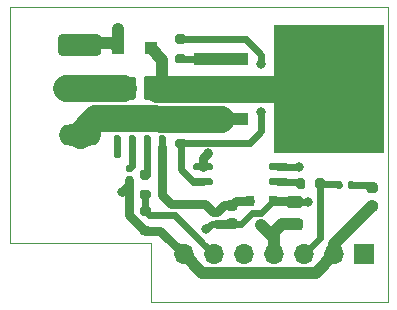
<source format=gbr>
%TF.GenerationSoftware,KiCad,Pcbnew,(5.1.8-0-10_14)*%
%TF.CreationDate,2020-11-27T12:30:10+01:00*%
%TF.ProjectId,FET_Driver,4645545f-4472-4697-9665-722e6b696361,rev?*%
%TF.SameCoordinates,Original*%
%TF.FileFunction,Copper,L1,Top*%
%TF.FilePolarity,Positive*%
%FSLAX46Y46*%
G04 Gerber Fmt 4.6, Leading zero omitted, Abs format (unit mm)*
G04 Created by KiCad (PCBNEW (5.1.8-0-10_14)) date 2020-11-27 12:30:10*
%MOMM*%
%LPD*%
G01*
G04 APERTURE LIST*
%TA.AperFunction,Profile*%
%ADD10C,0.050000*%
%TD*%
%TA.AperFunction,ComponentPad*%
%ADD11O,1.700000X1.700000*%
%TD*%
%TA.AperFunction,ComponentPad*%
%ADD12R,1.700000X1.700000*%
%TD*%
%TA.AperFunction,ComponentPad*%
%ADD13O,3.600000X1.800000*%
%TD*%
%TA.AperFunction,SMDPad,CuDef*%
%ADD14R,0.800000X0.900000*%
%TD*%
%TA.AperFunction,SMDPad,CuDef*%
%ADD15R,9.400000X10.800000*%
%TD*%
%TA.AperFunction,SMDPad,CuDef*%
%ADD16R,4.600000X1.100000*%
%TD*%
%TA.AperFunction,SMDPad,CuDef*%
%ADD17R,1.100000X1.100000*%
%TD*%
%TA.AperFunction,ViaPad*%
%ADD18C,0.800000*%
%TD*%
%TA.AperFunction,Conductor*%
%ADD19C,0.800000*%
%TD*%
%TA.AperFunction,Conductor*%
%ADD20C,0.600000*%
%TD*%
%TA.AperFunction,Conductor*%
%ADD21C,1.000000*%
%TD*%
%TA.AperFunction,Conductor*%
%ADD22C,2.300000*%
%TD*%
%TA.AperFunction,Conductor*%
%ADD23C,0.400000*%
%TD*%
%TA.AperFunction,Conductor*%
%ADD24C,0.254000*%
%TD*%
%TA.AperFunction,Conductor*%
%ADD25C,0.100000*%
%TD*%
G04 APERTURE END LIST*
D10*
X140000000Y-68000000D02*
X140000000Y-73000000D01*
X108000000Y-68000000D02*
X140000000Y-68000000D01*
X108000000Y-73000000D02*
X108000000Y-68000000D01*
X120000000Y-88000000D02*
X108000000Y-88000000D01*
X120000000Y-93000000D02*
X120000000Y-88000000D01*
X108000000Y-73000000D02*
X108000000Y-88000000D01*
X140000000Y-93000000D02*
X140000000Y-73000000D01*
X120000000Y-93000000D02*
X140000000Y-93000000D01*
%TO.P,R105,2*%
%TO.N,Net-(D102-Pad2)*%
%TA.AperFunction,SMDPad,CuDef*%
G36*
G01*
X136630000Y-83265000D02*
X136630000Y-82895000D01*
G75*
G02*
X136765000Y-82760000I135000J0D01*
G01*
X137035000Y-82760000D01*
G75*
G02*
X137170000Y-82895000I0J-135000D01*
G01*
X137170000Y-83265000D01*
G75*
G02*
X137035000Y-83400000I-135000J0D01*
G01*
X136765000Y-83400000D01*
G75*
G02*
X136630000Y-83265000I0J135000D01*
G01*
G37*
%TD.AperFunction*%
%TO.P,R105,1*%
%TO.N,/GPIO*%
%TA.AperFunction,SMDPad,CuDef*%
G36*
G01*
X135610000Y-83265000D02*
X135610000Y-82895000D01*
G75*
G02*
X135745000Y-82760000I135000J0D01*
G01*
X136015000Y-82760000D01*
G75*
G02*
X136150000Y-82895000I0J-135000D01*
G01*
X136150000Y-83265000D01*
G75*
G02*
X136015000Y-83400000I-135000J0D01*
G01*
X135745000Y-83400000D01*
G75*
G02*
X135610000Y-83265000I0J135000D01*
G01*
G37*
%TD.AperFunction*%
%TD*%
D11*
%TO.P,J101,7*%
%TO.N,GND*%
X122760000Y-88950000D03*
%TO.P,J101,6*%
%TO.N,/Sense*%
X125300000Y-88950000D03*
%TO.P,J101,5*%
%TO.N,N/C*%
X127840000Y-88950000D03*
%TO.P,J101,4*%
%TO.N,/VIN*%
X130380000Y-88950000D03*
%TO.P,J101,3*%
%TO.N,/GPIO*%
X132920000Y-88950000D03*
%TO.P,J101,2*%
%TO.N,GND*%
X135460000Y-88950000D03*
D12*
%TO.P,J101,1*%
%TO.N,N/C*%
X138000000Y-88950000D03*
%TD*%
%TO.P,D102,2*%
%TO.N,Net-(D102-Pad2)*%
%TA.AperFunction,SMDPad,CuDef*%
G36*
G01*
X138926250Y-83730000D02*
X138413750Y-83730000D01*
G75*
G02*
X138195000Y-83511250I0J218750D01*
G01*
X138195000Y-83073750D01*
G75*
G02*
X138413750Y-82855000I218750J0D01*
G01*
X138926250Y-82855000D01*
G75*
G02*
X139145000Y-83073750I0J-218750D01*
G01*
X139145000Y-83511250D01*
G75*
G02*
X138926250Y-83730000I-218750J0D01*
G01*
G37*
%TD.AperFunction*%
%TO.P,D102,1*%
%TO.N,GND*%
%TA.AperFunction,SMDPad,CuDef*%
G36*
G01*
X138926250Y-85305000D02*
X138413750Y-85305000D01*
G75*
G02*
X138195000Y-85086250I0J218750D01*
G01*
X138195000Y-84648750D01*
G75*
G02*
X138413750Y-84430000I218750J0D01*
G01*
X138926250Y-84430000D01*
G75*
G02*
X139145000Y-84648750I0J-218750D01*
G01*
X139145000Y-85086250D01*
G75*
G02*
X138926250Y-85305000I-218750J0D01*
G01*
G37*
%TD.AperFunction*%
%TD*%
D13*
%TO.P,J102,3*%
%TO.N,/ISO_VIN*%
X113920000Y-78830000D03*
%TO.P,J102,2*%
%TO.N,/ISO_OUT*%
X113920000Y-75020000D03*
%TO.P,J102,1*%
%TO.N,/ISO_GND*%
%TA.AperFunction,ComponentPad*%
G36*
G01*
X112370000Y-70310000D02*
X115470000Y-70310000D01*
G75*
G02*
X115720000Y-70560000I0J-250000D01*
G01*
X115720000Y-71860000D01*
G75*
G02*
X115470000Y-72110000I-250000J0D01*
G01*
X112370000Y-72110000D01*
G75*
G02*
X112120000Y-71860000I0J250000D01*
G01*
X112120000Y-70560000D01*
G75*
G02*
X112370000Y-70310000I250000J0D01*
G01*
G37*
%TD.AperFunction*%
%TD*%
%TO.P,R901,2*%
%TO.N,/GPIO*%
%TA.AperFunction,SMDPad,CuDef*%
G36*
G01*
X133875000Y-83225000D02*
X133875000Y-82675000D01*
G75*
G02*
X134075000Y-82475000I200000J0D01*
G01*
X134475000Y-82475000D01*
G75*
G02*
X134675000Y-82675000I0J-200000D01*
G01*
X134675000Y-83225000D01*
G75*
G02*
X134475000Y-83425000I-200000J0D01*
G01*
X134075000Y-83425000D01*
G75*
G02*
X133875000Y-83225000I0J200000D01*
G01*
G37*
%TD.AperFunction*%
%TO.P,R901,1*%
%TO.N,Net-(R901-Pad1)*%
%TA.AperFunction,SMDPad,CuDef*%
G36*
G01*
X132225000Y-83225000D02*
X132225000Y-82675000D01*
G75*
G02*
X132425000Y-82475000I200000J0D01*
G01*
X132825000Y-82475000D01*
G75*
G02*
X133025000Y-82675000I0J-200000D01*
G01*
X133025000Y-83225000D01*
G75*
G02*
X132825000Y-83425000I-200000J0D01*
G01*
X132425000Y-83425000D01*
G75*
G02*
X132225000Y-83225000I0J200000D01*
G01*
G37*
%TD.AperFunction*%
%TD*%
%TO.P,C101,2*%
%TO.N,+5V*%
%TA.AperFunction,SMDPad,CuDef*%
G36*
G01*
X125720000Y-85650000D02*
X125380000Y-85650000D01*
G75*
G02*
X125240000Y-85510000I0J140000D01*
G01*
X125240000Y-85230000D01*
G75*
G02*
X125380000Y-85090000I140000J0D01*
G01*
X125720000Y-85090000D01*
G75*
G02*
X125860000Y-85230000I0J-140000D01*
G01*
X125860000Y-85510000D01*
G75*
G02*
X125720000Y-85650000I-140000J0D01*
G01*
G37*
%TD.AperFunction*%
%TO.P,C101,1*%
%TO.N,GND*%
%TA.AperFunction,SMDPad,CuDef*%
G36*
G01*
X125720000Y-86610000D02*
X125380000Y-86610000D01*
G75*
G02*
X125240000Y-86470000I0J140000D01*
G01*
X125240000Y-86190000D01*
G75*
G02*
X125380000Y-86050000I140000J0D01*
G01*
X125720000Y-86050000D01*
G75*
G02*
X125860000Y-86190000I0J-140000D01*
G01*
X125860000Y-86470000D01*
G75*
G02*
X125720000Y-86610000I-140000J0D01*
G01*
G37*
%TD.AperFunction*%
%TD*%
D14*
%TO.P,U603,3*%
%TO.N,/VIN*%
X129300000Y-86450000D03*
%TO.P,U603,2*%
%TO.N,+5V*%
X128350000Y-84450000D03*
%TO.P,U603,1*%
%TO.N,GND*%
X130250000Y-84450000D03*
%TD*%
%TO.P,R104,2*%
%TO.N,/Sense*%
%TA.AperFunction,SMDPad,CuDef*%
G36*
G01*
X119185000Y-83455000D02*
X119735000Y-83455000D01*
G75*
G02*
X119935000Y-83655000I0J-200000D01*
G01*
X119935000Y-84055000D01*
G75*
G02*
X119735000Y-84255000I-200000J0D01*
G01*
X119185000Y-84255000D01*
G75*
G02*
X118985000Y-84055000I0J200000D01*
G01*
X118985000Y-83655000D01*
G75*
G02*
X119185000Y-83455000I200000J0D01*
G01*
G37*
%TD.AperFunction*%
%TO.P,R104,1*%
%TO.N,Net-(R104-Pad1)*%
%TA.AperFunction,SMDPad,CuDef*%
G36*
G01*
X119185000Y-81805000D02*
X119735000Y-81805000D01*
G75*
G02*
X119935000Y-82005000I0J-200000D01*
G01*
X119935000Y-82405000D01*
G75*
G02*
X119735000Y-82605000I-200000J0D01*
G01*
X119185000Y-82605000D01*
G75*
G02*
X118985000Y-82405000I0J200000D01*
G01*
X118985000Y-82005000D01*
G75*
G02*
X119185000Y-81805000I200000J0D01*
G01*
G37*
%TD.AperFunction*%
%TD*%
%TO.P,R103,2*%
%TO.N,GND*%
%TA.AperFunction,SMDPad,CuDef*%
G36*
G01*
X119195000Y-86535000D02*
X119745000Y-86535000D01*
G75*
G02*
X119945000Y-86735000I0J-200000D01*
G01*
X119945000Y-87135000D01*
G75*
G02*
X119745000Y-87335000I-200000J0D01*
G01*
X119195000Y-87335000D01*
G75*
G02*
X118995000Y-87135000I0J200000D01*
G01*
X118995000Y-86735000D01*
G75*
G02*
X119195000Y-86535000I200000J0D01*
G01*
G37*
%TD.AperFunction*%
%TO.P,R103,1*%
%TO.N,/Sense*%
%TA.AperFunction,SMDPad,CuDef*%
G36*
G01*
X119195000Y-84885000D02*
X119745000Y-84885000D01*
G75*
G02*
X119945000Y-85085000I0J-200000D01*
G01*
X119945000Y-85485000D01*
G75*
G02*
X119745000Y-85685000I-200000J0D01*
G01*
X119195000Y-85685000D01*
G75*
G02*
X118995000Y-85485000I0J200000D01*
G01*
X118995000Y-85085000D01*
G75*
G02*
X119195000Y-84885000I200000J0D01*
G01*
G37*
%TD.AperFunction*%
%TD*%
%TO.P,R101,2*%
%TO.N,Net-(R101-Pad2)*%
%TA.AperFunction,SMDPad,CuDef*%
G36*
G01*
X122225000Y-79175000D02*
X122775000Y-79175000D01*
G75*
G02*
X122975000Y-79375000I0J-200000D01*
G01*
X122975000Y-79775000D01*
G75*
G02*
X122775000Y-79975000I-200000J0D01*
G01*
X122225000Y-79975000D01*
G75*
G02*
X122025000Y-79775000I0J200000D01*
G01*
X122025000Y-79375000D01*
G75*
G02*
X122225000Y-79175000I200000J0D01*
G01*
G37*
%TD.AperFunction*%
%TO.P,R101,1*%
%TO.N,/ISO_VIN*%
%TA.AperFunction,SMDPad,CuDef*%
G36*
G01*
X122225000Y-77525000D02*
X122775000Y-77525000D01*
G75*
G02*
X122975000Y-77725000I0J-200000D01*
G01*
X122975000Y-78125000D01*
G75*
G02*
X122775000Y-78325000I-200000J0D01*
G01*
X122225000Y-78325000D01*
G75*
G02*
X122025000Y-78125000I0J200000D01*
G01*
X122025000Y-77725000D01*
G75*
G02*
X122225000Y-77525000I200000J0D01*
G01*
G37*
%TD.AperFunction*%
%TD*%
%TO.P,C605,2*%
%TO.N,GND*%
%TA.AperFunction,SMDPad,CuDef*%
G36*
G01*
X126550000Y-85900000D02*
X127050000Y-85900000D01*
G75*
G02*
X127275000Y-86125000I0J-225000D01*
G01*
X127275000Y-86575000D01*
G75*
G02*
X127050000Y-86800000I-225000J0D01*
G01*
X126550000Y-86800000D01*
G75*
G02*
X126325000Y-86575000I0J225000D01*
G01*
X126325000Y-86125000D01*
G75*
G02*
X126550000Y-85900000I225000J0D01*
G01*
G37*
%TD.AperFunction*%
%TO.P,C605,1*%
%TO.N,+5V*%
%TA.AperFunction,SMDPad,CuDef*%
G36*
G01*
X126550000Y-84350000D02*
X127050000Y-84350000D01*
G75*
G02*
X127275000Y-84575000I0J-225000D01*
G01*
X127275000Y-85025000D01*
G75*
G02*
X127050000Y-85250000I-225000J0D01*
G01*
X126550000Y-85250000D01*
G75*
G02*
X126325000Y-85025000I0J225000D01*
G01*
X126325000Y-84575000D01*
G75*
G02*
X126550000Y-84350000I225000J0D01*
G01*
G37*
%TD.AperFunction*%
%TD*%
%TO.P,C603,2*%
%TO.N,GND*%
%TA.AperFunction,SMDPad,CuDef*%
G36*
G01*
X132575000Y-85000000D02*
X131625000Y-85000000D01*
G75*
G02*
X131375000Y-84750000I0J250000D01*
G01*
X131375000Y-84250000D01*
G75*
G02*
X131625000Y-84000000I250000J0D01*
G01*
X132575000Y-84000000D01*
G75*
G02*
X132825000Y-84250000I0J-250000D01*
G01*
X132825000Y-84750000D01*
G75*
G02*
X132575000Y-85000000I-250000J0D01*
G01*
G37*
%TD.AperFunction*%
%TO.P,C603,1*%
%TO.N,/VIN*%
%TA.AperFunction,SMDPad,CuDef*%
G36*
G01*
X132575000Y-86900000D02*
X131625000Y-86900000D01*
G75*
G02*
X131375000Y-86650000I0J250000D01*
G01*
X131375000Y-86150000D01*
G75*
G02*
X131625000Y-85900000I250000J0D01*
G01*
X132575000Y-85900000D01*
G75*
G02*
X132825000Y-86150000I0J-250000D01*
G01*
X132825000Y-86650000D01*
G75*
G02*
X132575000Y-86900000I-250000J0D01*
G01*
G37*
%TD.AperFunction*%
%TD*%
%TO.P,C102,2*%
%TO.N,GND*%
%TA.AperFunction,SMDPad,CuDef*%
G36*
G01*
X117960000Y-82340000D02*
X118300000Y-82340000D01*
G75*
G02*
X118440000Y-82480000I0J-140000D01*
G01*
X118440000Y-82760000D01*
G75*
G02*
X118300000Y-82900000I-140000J0D01*
G01*
X117960000Y-82900000D01*
G75*
G02*
X117820000Y-82760000I0J140000D01*
G01*
X117820000Y-82480000D01*
G75*
G02*
X117960000Y-82340000I140000J0D01*
G01*
G37*
%TD.AperFunction*%
%TO.P,C102,1*%
%TO.N,Net-(C102-Pad1)*%
%TA.AperFunction,SMDPad,CuDef*%
G36*
G01*
X117960000Y-81380000D02*
X118300000Y-81380000D01*
G75*
G02*
X118440000Y-81520000I0J-140000D01*
G01*
X118440000Y-81800000D01*
G75*
G02*
X118300000Y-81940000I-140000J0D01*
G01*
X117960000Y-81940000D01*
G75*
G02*
X117820000Y-81800000I0J140000D01*
G01*
X117820000Y-81520000D01*
G75*
G02*
X117960000Y-81380000I140000J0D01*
G01*
G37*
%TD.AperFunction*%
%TD*%
D15*
%TO.P,Q101,2*%
%TO.N,/ISO_OUT_RAW*%
X135000000Y-74900000D03*
D16*
%TO.P,Q101,3*%
%TO.N,/ISO_VIN*%
X125850000Y-77440000D03*
%TO.P,Q101,1*%
%TO.N,Net-(Q101-Pad1)*%
X125850000Y-72360000D03*
%TD*%
%TO.P,U102,8*%
%TO.N,+5V*%
%TA.AperFunction,SMDPad,CuDef*%
G36*
G01*
X120755000Y-78850000D02*
X121055000Y-78850000D01*
G75*
G02*
X121205000Y-79000000I0J-150000D01*
G01*
X121205000Y-80650000D01*
G75*
G02*
X121055000Y-80800000I-150000J0D01*
G01*
X120755000Y-80800000D01*
G75*
G02*
X120605000Y-80650000I0J150000D01*
G01*
X120605000Y-79000000D01*
G75*
G02*
X120755000Y-78850000I150000J0D01*
G01*
G37*
%TD.AperFunction*%
%TO.P,U102,7*%
%TO.N,Net-(R104-Pad1)*%
%TA.AperFunction,SMDPad,CuDef*%
G36*
G01*
X119485000Y-78850000D02*
X119785000Y-78850000D01*
G75*
G02*
X119935000Y-79000000I0J-150000D01*
G01*
X119935000Y-80650000D01*
G75*
G02*
X119785000Y-80800000I-150000J0D01*
G01*
X119485000Y-80800000D01*
G75*
G02*
X119335000Y-80650000I0J150000D01*
G01*
X119335000Y-79000000D01*
G75*
G02*
X119485000Y-78850000I150000J0D01*
G01*
G37*
%TD.AperFunction*%
%TO.P,U102,6*%
%TO.N,Net-(C102-Pad1)*%
%TA.AperFunction,SMDPad,CuDef*%
G36*
G01*
X118215000Y-78850000D02*
X118515000Y-78850000D01*
G75*
G02*
X118665000Y-79000000I0J-150000D01*
G01*
X118665000Y-80650000D01*
G75*
G02*
X118515000Y-80800000I-150000J0D01*
G01*
X118215000Y-80800000D01*
G75*
G02*
X118065000Y-80650000I0J150000D01*
G01*
X118065000Y-79000000D01*
G75*
G02*
X118215000Y-78850000I150000J0D01*
G01*
G37*
%TD.AperFunction*%
%TO.P,U102,5*%
%TO.N,N/C*%
%TA.AperFunction,SMDPad,CuDef*%
G36*
G01*
X116945000Y-78850000D02*
X117245000Y-78850000D01*
G75*
G02*
X117395000Y-79000000I0J-150000D01*
G01*
X117395000Y-80650000D01*
G75*
G02*
X117245000Y-80800000I-150000J0D01*
G01*
X116945000Y-80800000D01*
G75*
G02*
X116795000Y-80650000I0J150000D01*
G01*
X116795000Y-79000000D01*
G75*
G02*
X116945000Y-78850000I150000J0D01*
G01*
G37*
%TD.AperFunction*%
%TO.P,U102,4*%
%TO.N,/ISO_OUT*%
%TA.AperFunction,SMDPad,CuDef*%
G36*
G01*
X116945000Y-73900000D02*
X117245000Y-73900000D01*
G75*
G02*
X117395000Y-74050000I0J-150000D01*
G01*
X117395000Y-75700000D01*
G75*
G02*
X117245000Y-75850000I-150000J0D01*
G01*
X116945000Y-75850000D01*
G75*
G02*
X116795000Y-75700000I0J150000D01*
G01*
X116795000Y-74050000D01*
G75*
G02*
X116945000Y-73900000I150000J0D01*
G01*
G37*
%TD.AperFunction*%
%TO.P,U102,3*%
%TA.AperFunction,SMDPad,CuDef*%
G36*
G01*
X118215000Y-73900000D02*
X118515000Y-73900000D01*
G75*
G02*
X118665000Y-74050000I0J-150000D01*
G01*
X118665000Y-75700000D01*
G75*
G02*
X118515000Y-75850000I-150000J0D01*
G01*
X118215000Y-75850000D01*
G75*
G02*
X118065000Y-75700000I0J150000D01*
G01*
X118065000Y-74050000D01*
G75*
G02*
X118215000Y-73900000I150000J0D01*
G01*
G37*
%TD.AperFunction*%
%TO.P,U102,2*%
%TO.N,/ISO_OUT_RAW*%
%TA.AperFunction,SMDPad,CuDef*%
G36*
G01*
X119485000Y-73900000D02*
X119785000Y-73900000D01*
G75*
G02*
X119935000Y-74050000I0J-150000D01*
G01*
X119935000Y-75700000D01*
G75*
G02*
X119785000Y-75850000I-150000J0D01*
G01*
X119485000Y-75850000D01*
G75*
G02*
X119335000Y-75700000I0J150000D01*
G01*
X119335000Y-74050000D01*
G75*
G02*
X119485000Y-73900000I150000J0D01*
G01*
G37*
%TD.AperFunction*%
%TO.P,U102,1*%
%TA.AperFunction,SMDPad,CuDef*%
G36*
G01*
X120755000Y-73900000D02*
X121055000Y-73900000D01*
G75*
G02*
X121205000Y-74050000I0J-150000D01*
G01*
X121205000Y-75700000D01*
G75*
G02*
X121055000Y-75850000I-150000J0D01*
G01*
X120755000Y-75850000D01*
G75*
G02*
X120605000Y-75700000I0J150000D01*
G01*
X120605000Y-74050000D01*
G75*
G02*
X120755000Y-73900000I150000J0D01*
G01*
G37*
%TD.AperFunction*%
%TD*%
%TO.P,U101,4*%
%TO.N,Net-(R101-Pad2)*%
%TA.AperFunction,SMDPad,CuDef*%
G36*
G01*
X125175000Y-82635000D02*
X125175000Y-82935000D01*
G75*
G02*
X125025000Y-83085000I-150000J0D01*
G01*
X123700000Y-83085000D01*
G75*
G02*
X123550000Y-82935000I0J150000D01*
G01*
X123550000Y-82635000D01*
G75*
G02*
X123700000Y-82485000I150000J0D01*
G01*
X125025000Y-82485000D01*
G75*
G02*
X125175000Y-82635000I0J-150000D01*
G01*
G37*
%TD.AperFunction*%
%TO.P,U101,3*%
%TO.N,/ISO_GND*%
%TA.AperFunction,SMDPad,CuDef*%
G36*
G01*
X125175000Y-81365000D02*
X125175000Y-81665000D01*
G75*
G02*
X125025000Y-81815000I-150000J0D01*
G01*
X123700000Y-81815000D01*
G75*
G02*
X123550000Y-81665000I0J150000D01*
G01*
X123550000Y-81365000D01*
G75*
G02*
X123700000Y-81215000I150000J0D01*
G01*
X125025000Y-81215000D01*
G75*
G02*
X125175000Y-81365000I0J-150000D01*
G01*
G37*
%TD.AperFunction*%
%TO.P,U101,2*%
%TO.N,GND*%
%TA.AperFunction,SMDPad,CuDef*%
G36*
G01*
X131550000Y-81365000D02*
X131550000Y-81665000D01*
G75*
G02*
X131400000Y-81815000I-150000J0D01*
G01*
X130075000Y-81815000D01*
G75*
G02*
X129925000Y-81665000I0J150000D01*
G01*
X129925000Y-81365000D01*
G75*
G02*
X130075000Y-81215000I150000J0D01*
G01*
X131400000Y-81215000D01*
G75*
G02*
X131550000Y-81365000I0J-150000D01*
G01*
G37*
%TD.AperFunction*%
%TO.P,U101,1*%
%TO.N,Net-(R901-Pad1)*%
%TA.AperFunction,SMDPad,CuDef*%
G36*
G01*
X131550000Y-82635000D02*
X131550000Y-82935000D01*
G75*
G02*
X131400000Y-83085000I-150000J0D01*
G01*
X130075000Y-83085000D01*
G75*
G02*
X129925000Y-82935000I0J150000D01*
G01*
X129925000Y-82635000D01*
G75*
G02*
X130075000Y-82485000I150000J0D01*
G01*
X131400000Y-82485000D01*
G75*
G02*
X131550000Y-82635000I0J-150000D01*
G01*
G37*
%TD.AperFunction*%
%TD*%
%TO.P,R102,2*%
%TO.N,Net-(R101-Pad2)*%
%TA.AperFunction,SMDPad,CuDef*%
G36*
G01*
X122725000Y-71125000D02*
X122175000Y-71125000D01*
G75*
G02*
X121975000Y-70925000I0J200000D01*
G01*
X121975000Y-70525000D01*
G75*
G02*
X122175000Y-70325000I200000J0D01*
G01*
X122725000Y-70325000D01*
G75*
G02*
X122925000Y-70525000I0J-200000D01*
G01*
X122925000Y-70925000D01*
G75*
G02*
X122725000Y-71125000I-200000J0D01*
G01*
G37*
%TD.AperFunction*%
%TO.P,R102,1*%
%TO.N,Net-(Q101-Pad1)*%
%TA.AperFunction,SMDPad,CuDef*%
G36*
G01*
X122725000Y-72775000D02*
X122175000Y-72775000D01*
G75*
G02*
X121975000Y-72575000I0J200000D01*
G01*
X121975000Y-72175000D01*
G75*
G02*
X122175000Y-71975000I200000J0D01*
G01*
X122725000Y-71975000D01*
G75*
G02*
X122925000Y-72175000I0J-200000D01*
G01*
X122925000Y-72575000D01*
G75*
G02*
X122725000Y-72775000I-200000J0D01*
G01*
G37*
%TD.AperFunction*%
%TD*%
D17*
%TO.P,D101,2*%
%TO.N,/ISO_GND*%
X117150000Y-71500000D03*
%TO.P,D101,1*%
%TO.N,/ISO_OUT_RAW*%
X119950000Y-71500000D03*
%TD*%
D18*
%TO.N,GND*%
X133250000Y-84550000D03*
X124650000Y-86800000D03*
X117470000Y-83700000D03*
X132450000Y-81540000D03*
%TO.N,/ISO_GND*%
X124750000Y-80400000D03*
X117190000Y-69860000D03*
%TO.N,Net-(R101-Pad2)*%
X129300000Y-76900000D03*
X129300000Y-72850000D03*
%TD*%
D19*
%TO.N,GND*%
X125964218Y-86370008D02*
X125550000Y-86370008D01*
X125984227Y-86350000D02*
X125964218Y-86370008D01*
X126800000Y-86350000D02*
X125984227Y-86350000D01*
D20*
X129299999Y-85400001D02*
X130250000Y-84450000D01*
X128549999Y-85400001D02*
X129299999Y-85400001D01*
X127600000Y-86350000D02*
X128549999Y-85400001D01*
X126800000Y-86350000D02*
X127600000Y-86350000D01*
D19*
X132050000Y-84450000D02*
X132100000Y-84500000D01*
X130250000Y-84450000D02*
X132050000Y-84450000D01*
D20*
X133200000Y-84500000D02*
X133250000Y-84550000D01*
X132100000Y-84500000D02*
X133200000Y-84500000D01*
X125120000Y-86330000D02*
X124650000Y-86800000D01*
X125550000Y-86330000D02*
X125120000Y-86330000D01*
X132425000Y-81515000D02*
X132450000Y-81540000D01*
X130737500Y-81515000D02*
X132425000Y-81515000D01*
D19*
X120745000Y-86935000D02*
X119470000Y-86935000D01*
X122760000Y-88950000D02*
X120745000Y-86935000D01*
X118130000Y-85595000D02*
X118130000Y-82620000D01*
X119470000Y-86935000D02*
X118130000Y-85595000D01*
X118130000Y-83040000D02*
X117470000Y-83700000D01*
X118130000Y-82620000D02*
X118130000Y-83040000D01*
D21*
X124310001Y-90500001D02*
X122760000Y-88950000D01*
X133909999Y-90500001D02*
X124310001Y-90500001D01*
X135460000Y-88950000D02*
X133909999Y-90500001D01*
X135460000Y-88950000D02*
X135460000Y-88077500D01*
X135460000Y-88077500D02*
X138670000Y-84867500D01*
%TO.N,/ISO_GND*%
X117130000Y-71480000D02*
X117150000Y-71500000D01*
D19*
X124362500Y-81515000D02*
X124362500Y-80787500D01*
X124362500Y-80787500D02*
X124750000Y-80400000D01*
D21*
X116730000Y-71080000D02*
X117150000Y-71500000D01*
X112800000Y-71080000D02*
X116730000Y-71080000D01*
X117150000Y-69900000D02*
X117190000Y-69860000D01*
X117150000Y-71500000D02*
X117150000Y-69900000D01*
D22*
%TO.N,/ISO_OUT*%
X112800000Y-74890000D02*
X117550000Y-74890000D01*
D20*
%TO.N,/GPIO*%
X132920000Y-88950000D02*
X133365000Y-88950000D01*
X134275000Y-87595000D02*
X134275000Y-82950000D01*
X132920000Y-88950000D02*
X134275000Y-87595000D01*
X135750000Y-82950000D02*
X135880000Y-83080000D01*
X134275000Y-82950000D02*
X135750000Y-82950000D01*
%TO.N,Net-(Q101-Pad1)*%
X122465000Y-72360000D02*
X122450000Y-72375000D01*
X125850000Y-72360000D02*
X122465000Y-72360000D01*
%TO.N,Net-(R101-Pad2)*%
X122500000Y-81735000D02*
X122500000Y-79575000D01*
X123550000Y-82785000D02*
X122500000Y-81735000D01*
X124362500Y-82785000D02*
X123550000Y-82785000D01*
X122575001Y-79499999D02*
X128300001Y-79499999D01*
X122500000Y-79575000D02*
X122575001Y-79499999D01*
X129300000Y-78500000D02*
X129300000Y-76900000D01*
X128300001Y-79499999D02*
X129300000Y-78500000D01*
X127965002Y-70725000D02*
X122450000Y-70725000D01*
X129300000Y-72059998D02*
X127965002Y-70725000D01*
X129300000Y-72850000D02*
X129300000Y-72059998D01*
%TO.N,Net-(R901-Pad1)*%
X132460000Y-82785000D02*
X132625000Y-82950000D01*
X130737500Y-82785000D02*
X132460000Y-82785000D01*
D23*
%TO.N,/ISO_VIN*%
X125365000Y-77925000D02*
X125850000Y-77440000D01*
X122500000Y-77925000D02*
X125365000Y-77925000D01*
D22*
X115220000Y-77430000D02*
X113920000Y-78830000D01*
X125850000Y-77440000D02*
X115220000Y-77430000D01*
D19*
%TO.N,+5V*%
X127150000Y-84450000D02*
X126800000Y-84800000D01*
X128350000Y-84450000D02*
X127150000Y-84450000D01*
X126120000Y-84800000D02*
X125550000Y-85370000D01*
X126800000Y-84800000D02*
X126120000Y-84800000D01*
X125240000Y-85370000D02*
X124570000Y-84700000D01*
X125550000Y-85370000D02*
X125240000Y-85370000D01*
X124570000Y-84700000D02*
X121650000Y-84700000D01*
X121650000Y-84700000D02*
X120905000Y-83955000D01*
X120905000Y-79825000D02*
X120905000Y-83955000D01*
D20*
%TO.N,Net-(C102-Pad1)*%
X118365000Y-81425000D02*
X118130000Y-81660000D01*
X118365000Y-79825000D02*
X118365000Y-81425000D01*
D21*
%TO.N,/VIN*%
X130380000Y-87530000D02*
X129300000Y-86450000D01*
X130380000Y-88950000D02*
X130380000Y-87530000D01*
X132100000Y-86400000D02*
X131050000Y-86400000D01*
X130380000Y-87070000D02*
X130380000Y-87530000D01*
X131050000Y-86400000D02*
X130380000Y-87070000D01*
D20*
%TO.N,/Sense*%
X119460000Y-85275000D02*
X119470000Y-85285000D01*
X119460000Y-83855000D02*
X119460000Y-85275000D01*
X119785010Y-85600010D02*
X121950010Y-85600010D01*
X119470000Y-85285000D02*
X119785010Y-85600010D01*
X121950010Y-85600010D02*
X124385000Y-88035000D01*
X124385000Y-88035000D02*
X125300000Y-88950000D01*
X123400000Y-87050000D02*
X124385000Y-88035000D01*
%TO.N,Net-(R104-Pad1)*%
X119635000Y-82030000D02*
X119460000Y-82205000D01*
X119635000Y-79825000D02*
X119635000Y-82030000D01*
D21*
%TO.N,/ISO_OUT_RAW*%
X120905000Y-72455000D02*
X119950000Y-71500000D01*
X120905000Y-74875000D02*
X120905000Y-72455000D01*
D22*
X120930000Y-74900000D02*
X120450000Y-74900000D01*
X135000000Y-74900000D02*
X120930000Y-74900000D01*
D20*
%TO.N,Net-(D102-Pad2)*%
X138457500Y-83080000D02*
X138670000Y-83292500D01*
X136900000Y-83080000D02*
X138457500Y-83080000D01*
%TD*%
D24*
%TO.N,/ISO_OUT_RAW*%
X134973000Y-75773000D02*
X126503315Y-75773000D01*
X126201576Y-75681158D01*
X125939362Y-75655084D01*
X119427000Y-75648958D01*
X119427000Y-73927000D01*
X134973000Y-73927000D01*
X134973000Y-75773000D01*
%TA.AperFunction,Conductor*%
D25*
G36*
X134973000Y-75773000D02*
G01*
X126503315Y-75773000D01*
X126201576Y-75681158D01*
X125939362Y-75655084D01*
X119427000Y-75648958D01*
X119427000Y-73927000D01*
X134973000Y-73927000D01*
X134973000Y-75773000D01*
G37*
%TD.AperFunction*%
%TD*%
M02*

</source>
